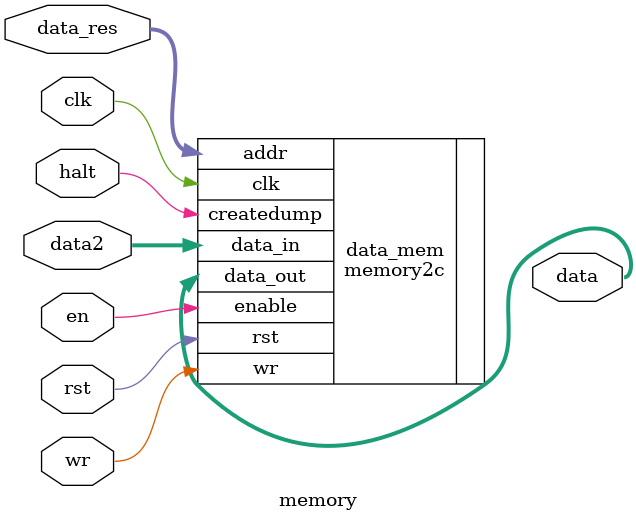
<source format=v>
`default_nettype none
module memory (data, data2, data_res, wr, en, halt, clk, rst);

   output wire [15:0] data;

   input wire [15:0] data2, data_res;
   input wire halt, clk, rst;

   input wire en, wr;

   memory2c data_mem(.data_out(data), 
                     .data_in(data2), .addr(data_res), .enable(en), .wr(wr), .createdump(halt), .clk(clk), .rst(rst));
   
endmodule
`default_nettype wire

</source>
